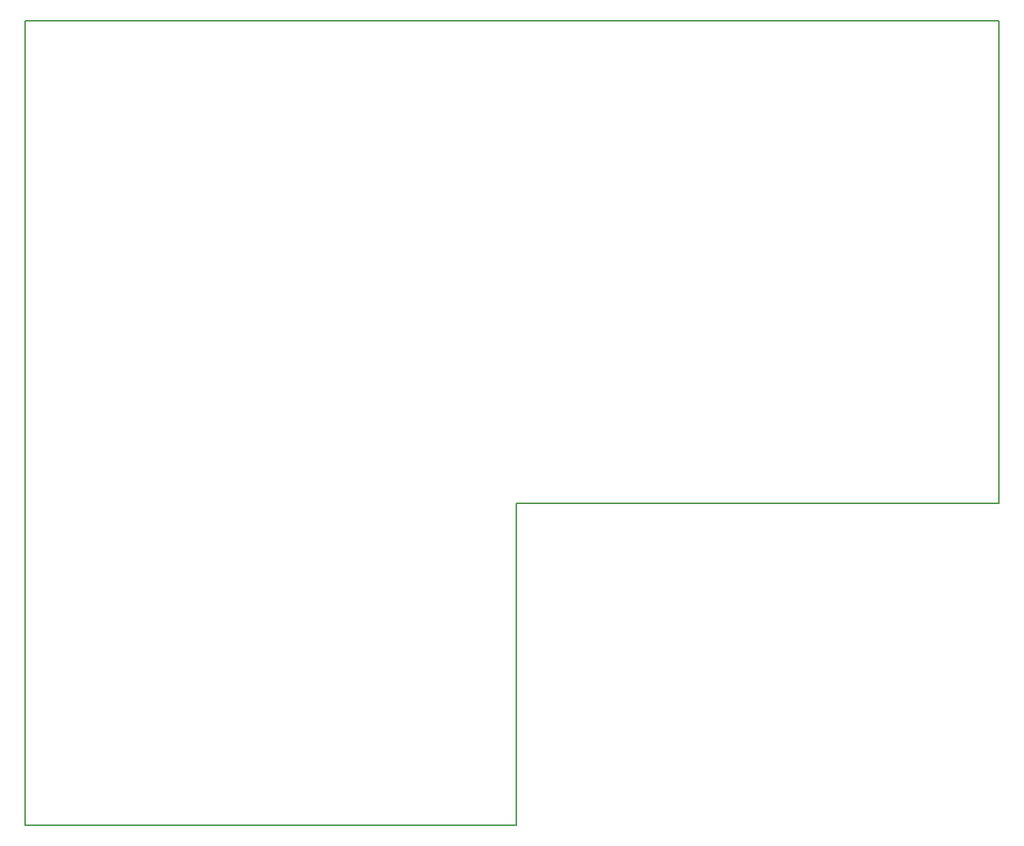
<source format=gbr>
%TF.GenerationSoftware,KiCad,Pcbnew,9.0.4*%
%TF.CreationDate,2025-09-30T09:08:11+02:00*%
%TF.ProjectId,right,72696768-742e-46b6-9963-61645f706362,v1.0.0*%
%TF.SameCoordinates,Original*%
%TF.FileFunction,Profile,NP*%
%FSLAX46Y46*%
G04 Gerber Fmt 4.6, Leading zero omitted, Abs format (unit mm)*
G04 Created by KiCad (PCBNEW 9.0.4) date 2025-09-30 09:08:11*
%MOMM*%
%LPD*%
G01*
G04 APERTURE LIST*
%TA.AperFunction,Profile*%
%ADD10C,0.150000*%
%TD*%
G04 APERTURE END LIST*
D10*
X90000000Y-64500000D02*
X205000000Y-64500000D01*
X205000000Y-64500000D02*
X205000000Y-121500000D01*
X205000000Y-121500000D02*
X148000000Y-121500000D01*
X148000000Y-121500000D02*
X148000000Y-159500000D01*
X148000000Y-159500000D02*
X90000000Y-159500000D01*
X90000000Y-159500000D02*
X90000000Y-64500000D01*
M02*

</source>
